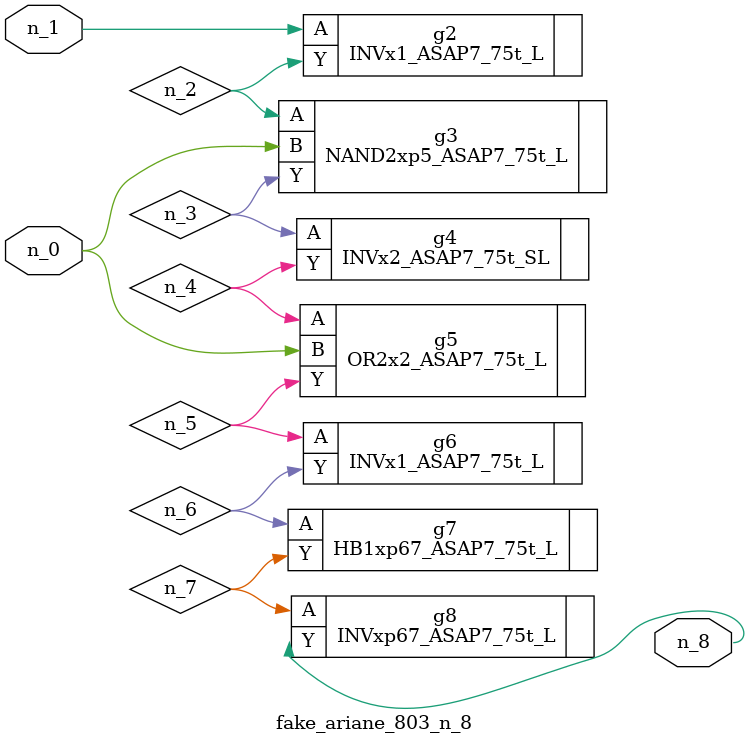
<source format=v>
module fake_ariane_803_n_8 (n_1, n_0, n_8);

input n_1;
input n_0;

output n_8;

wire n_3;
wire n_2;
wire n_7;
wire n_5;
wire n_6;
wire n_4;

INVx1_ASAP7_75t_L g2 ( 
.A(n_1),
.Y(n_2)
);

NAND2xp5_ASAP7_75t_L g3 ( 
.A(n_2),
.B(n_0),
.Y(n_3)
);

INVx2_ASAP7_75t_SL g4 ( 
.A(n_3),
.Y(n_4)
);

OR2x2_ASAP7_75t_L g5 ( 
.A(n_4),
.B(n_0),
.Y(n_5)
);

INVx1_ASAP7_75t_L g6 ( 
.A(n_5),
.Y(n_6)
);

HB1xp67_ASAP7_75t_L g7 ( 
.A(n_6),
.Y(n_7)
);

INVxp67_ASAP7_75t_L g8 ( 
.A(n_7),
.Y(n_8)
);


endmodule
</source>
